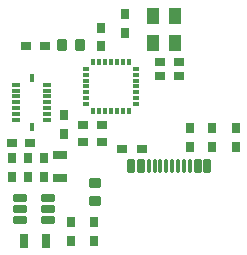
<source format=gtp>
G04*
G04 #@! TF.GenerationSoftware,Altium Limited,Altium Designer,24.2.2 (26)*
G04*
G04 Layer_Color=8421504*
%FSLAX25Y25*%
%MOIN*%
G70*
G04*
G04 #@! TF.SameCoordinates,0C852235-8BC0-4ED4-A074-6CA5B6053031*
G04*
G04*
G04 #@! TF.FilePolarity,Positive*
G04*
G01*
G75*
%ADD17R,0.03800X0.03100*%
%ADD18R,0.02362X0.01181*%
%ADD19R,0.01181X0.02362*%
%ADD20R,0.03100X0.03800*%
%ADD21R,0.02756X0.05118*%
%ADD22R,0.01181X0.02953*%
%ADD23R,0.02953X0.01181*%
G04:AMPARAMS|DCode=24|XSize=31.5mil|YSize=39.37mil|CornerRadius=3.94mil|HoleSize=0mil|Usage=FLASHONLY|Rotation=0.000|XOffset=0mil|YOffset=0mil|HoleType=Round|Shape=RoundedRectangle|*
%AMROUNDEDRECTD24*
21,1,0.03150,0.03150,0,0,0.0*
21,1,0.02362,0.03937,0,0,0.0*
1,1,0.00787,0.01181,-0.01575*
1,1,0.00787,-0.01181,-0.01575*
1,1,0.00787,-0.01181,0.01575*
1,1,0.00787,0.01181,0.01575*
%
%ADD24ROUNDEDRECTD24*%
G04:AMPARAMS|DCode=25|XSize=51.18mil|YSize=43.31mil|CornerRadius=2.17mil|HoleSize=0mil|Usage=FLASHONLY|Rotation=90.000|XOffset=0mil|YOffset=0mil|HoleType=Round|Shape=RoundedRectangle|*
%AMROUNDEDRECTD25*
21,1,0.05118,0.03898,0,0,90.0*
21,1,0.04685,0.04331,0,0,90.0*
1,1,0.00433,0.01949,0.02343*
1,1,0.00433,0.01949,-0.02343*
1,1,0.00433,-0.01949,-0.02343*
1,1,0.00433,-0.01949,0.02343*
%
%ADD25ROUNDEDRECTD25*%
G04:AMPARAMS|DCode=26|XSize=11.81mil|YSize=45.28mil|CornerRadius=1.48mil|HoleSize=0mil|Usage=FLASHONLY|Rotation=0.000|XOffset=0mil|YOffset=0mil|HoleType=Round|Shape=RoundedRectangle|*
%AMROUNDEDRECTD26*
21,1,0.01181,0.04232,0,0,0.0*
21,1,0.00886,0.04528,0,0,0.0*
1,1,0.00295,0.00443,-0.02116*
1,1,0.00295,-0.00443,-0.02116*
1,1,0.00295,-0.00443,0.02116*
1,1,0.00295,0.00443,0.02116*
%
%ADD26ROUNDEDRECTD26*%
G04:AMPARAMS|DCode=27|XSize=23.62mil|YSize=45.28mil|CornerRadius=2.95mil|HoleSize=0mil|Usage=FLASHONLY|Rotation=0.000|XOffset=0mil|YOffset=0mil|HoleType=Round|Shape=RoundedRectangle|*
%AMROUNDEDRECTD27*
21,1,0.02362,0.03937,0,0,0.0*
21,1,0.01772,0.04528,0,0,0.0*
1,1,0.00591,0.00886,-0.01968*
1,1,0.00591,-0.00886,-0.01968*
1,1,0.00591,-0.00886,0.01968*
1,1,0.00591,0.00886,0.01968*
%
%ADD27ROUNDEDRECTD27*%
G04:AMPARAMS|DCode=28|XSize=31.5mil|YSize=39.37mil|CornerRadius=3.94mil|HoleSize=0mil|Usage=FLASHONLY|Rotation=90.000|XOffset=0mil|YOffset=0mil|HoleType=Round|Shape=RoundedRectangle|*
%AMROUNDEDRECTD28*
21,1,0.03150,0.03150,0,0,90.0*
21,1,0.02362,0.03937,0,0,90.0*
1,1,0.00787,0.01575,0.01181*
1,1,0.00787,0.01575,-0.01181*
1,1,0.00787,-0.01575,-0.01181*
1,1,0.00787,-0.01575,0.01181*
%
%ADD28ROUNDEDRECTD28*%
%ADD29R,0.05118X0.02756*%
G04:AMPARAMS|DCode=30|XSize=23.62mil|YSize=47.24mil|CornerRadius=2.95mil|HoleSize=0mil|Usage=FLASHONLY|Rotation=90.000|XOffset=0mil|YOffset=0mil|HoleType=Round|Shape=RoundedRectangle|*
%AMROUNDEDRECTD30*
21,1,0.02362,0.04134,0,0,90.0*
21,1,0.01772,0.04724,0,0,90.0*
1,1,0.00591,0.02067,0.00886*
1,1,0.00591,0.02067,-0.00886*
1,1,0.00591,-0.02067,-0.00886*
1,1,0.00591,-0.02067,0.00886*
%
%ADD30ROUNDEDRECTD30*%
D17*
X32462Y42706D02*
D03*
X38762D02*
D03*
X57913Y64685D02*
D03*
X64213D02*
D03*
X32312Y48206D02*
D03*
X38612D02*
D03*
X14843Y42323D02*
D03*
X8543D02*
D03*
X19528Y74646D02*
D03*
X13228D02*
D03*
X64292Y69449D02*
D03*
X57992D02*
D03*
X45312Y40405D02*
D03*
X52062D02*
D03*
D18*
X49880Y67111D02*
D03*
Y65143D02*
D03*
Y63174D02*
D03*
Y61206D02*
D03*
Y59237D02*
D03*
Y57269D02*
D03*
Y55300D02*
D03*
X33344D02*
D03*
Y57269D02*
D03*
Y59237D02*
D03*
Y61206D02*
D03*
Y63174D02*
D03*
Y65143D02*
D03*
Y67111D02*
D03*
D19*
X47517Y52938D02*
D03*
X45549D02*
D03*
X43580D02*
D03*
X35706D02*
D03*
Y69473D02*
D03*
X37675D02*
D03*
X39643D02*
D03*
X41612D02*
D03*
X43580D02*
D03*
X45549D02*
D03*
X47517D02*
D03*
X41612Y52938D02*
D03*
X39643D02*
D03*
X37675D02*
D03*
D20*
X83465Y47481D02*
D03*
Y41181D02*
D03*
X75315D02*
D03*
Y47481D02*
D03*
X67992Y41181D02*
D03*
Y47481D02*
D03*
X25984Y51811D02*
D03*
Y45511D02*
D03*
X19212Y37356D02*
D03*
Y31056D02*
D03*
X38312Y80856D02*
D03*
Y74555D02*
D03*
X46417Y85276D02*
D03*
X46417Y78976D02*
D03*
X13912Y37356D02*
D03*
Y31056D02*
D03*
X8712Y37356D02*
D03*
Y31056D02*
D03*
X36109Y9755D02*
D03*
X28312D02*
D03*
Y16056D02*
D03*
X36109D02*
D03*
D21*
X20052Y9606D02*
D03*
X12572D02*
D03*
D22*
X15212Y63976D02*
D03*
Y47835D02*
D03*
D23*
X10094Y61811D02*
D03*
Y59842D02*
D03*
Y57874D02*
D03*
Y55905D02*
D03*
Y51968D02*
D03*
Y50000D02*
D03*
X20330D02*
D03*
Y53937D02*
D03*
Y59842D02*
D03*
Y61811D02*
D03*
X10094Y53937D02*
D03*
X20330Y57874D02*
D03*
Y51968D02*
D03*
Y55905D02*
D03*
D24*
X25359Y74906D02*
D03*
X31265D02*
D03*
D25*
X63150Y75630D02*
D03*
X55669Y84685D02*
D03*
X55669Y75630D02*
D03*
X63150Y84685D02*
D03*
D26*
X60120Y34726D02*
D03*
X62088D02*
D03*
X64057D02*
D03*
X58151D02*
D03*
X56183D02*
D03*
X54214D02*
D03*
X66025D02*
D03*
X67994D02*
D03*
D27*
X51655D02*
D03*
X48505D02*
D03*
X70553D02*
D03*
X73702D02*
D03*
D28*
X36312Y28958D02*
D03*
Y23053D02*
D03*
D29*
X24812Y38246D02*
D03*
Y30765D02*
D03*
D30*
X11387Y16665D02*
D03*
Y20405D02*
D03*
Y24146D02*
D03*
X20836D02*
D03*
Y20405D02*
D03*
Y16665D02*
D03*
M02*

</source>
